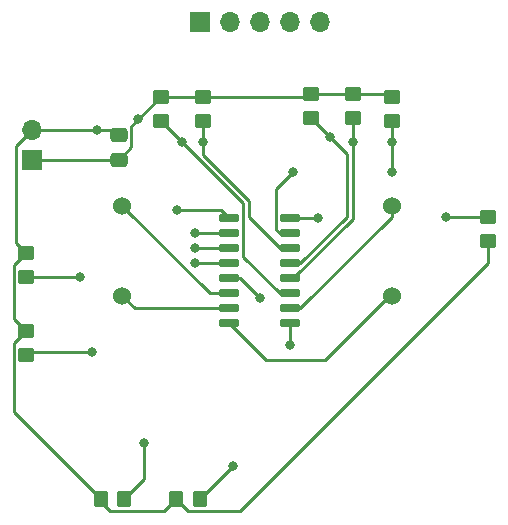
<source format=gbr>
%TF.GenerationSoftware,KiCad,Pcbnew,6.0.11+dfsg-1*%
%TF.CreationDate,2023-12-17T01:10:28-05:00*%
%TF.ProjectId,x27_controller,7832375f-636f-46e7-9472-6f6c6c65722e,rev?*%
%TF.SameCoordinates,Original*%
%TF.FileFunction,Copper,L2,Bot*%
%TF.FilePolarity,Positive*%
%FSLAX46Y46*%
G04 Gerber Fmt 4.6, Leading zero omitted, Abs format (unit mm)*
G04 Created by KiCad (PCBNEW 6.0.11+dfsg-1) date 2023-12-17 01:10:28*
%MOMM*%
%LPD*%
G01*
G04 APERTURE LIST*
G04 Aperture macros list*
%AMRoundRect*
0 Rectangle with rounded corners*
0 $1 Rounding radius*
0 $2 $3 $4 $5 $6 $7 $8 $9 X,Y pos of 4 corners*
0 Add a 4 corners polygon primitive as box body*
4,1,4,$2,$3,$4,$5,$6,$7,$8,$9,$2,$3,0*
0 Add four circle primitives for the rounded corners*
1,1,$1+$1,$2,$3*
1,1,$1+$1,$4,$5*
1,1,$1+$1,$6,$7*
1,1,$1+$1,$8,$9*
0 Add four rect primitives between the rounded corners*
20,1,$1+$1,$2,$3,$4,$5,0*
20,1,$1+$1,$4,$5,$6,$7,0*
20,1,$1+$1,$6,$7,$8,$9,0*
20,1,$1+$1,$8,$9,$2,$3,0*%
G04 Aperture macros list end*
%TA.AperFunction,ComponentPad*%
%ADD10R,1.700000X1.700000*%
%TD*%
%TA.AperFunction,ComponentPad*%
%ADD11O,1.700000X1.700000*%
%TD*%
%TA.AperFunction,ComponentPad*%
%ADD12C,1.524000*%
%TD*%
%TA.AperFunction,SMDPad,CuDef*%
%ADD13RoundRect,0.250000X0.475000X-0.337500X0.475000X0.337500X-0.475000X0.337500X-0.475000X-0.337500X0*%
%TD*%
%TA.AperFunction,SMDPad,CuDef*%
%ADD14RoundRect,0.250000X-0.450000X0.350000X-0.450000X-0.350000X0.450000X-0.350000X0.450000X0.350000X0*%
%TD*%
%TA.AperFunction,SMDPad,CuDef*%
%ADD15RoundRect,0.250000X0.450000X-0.350000X0.450000X0.350000X-0.450000X0.350000X-0.450000X-0.350000X0*%
%TD*%
%TA.AperFunction,SMDPad,CuDef*%
%ADD16RoundRect,0.250000X0.350000X0.450000X-0.350000X0.450000X-0.350000X-0.450000X0.350000X-0.450000X0*%
%TD*%
%TA.AperFunction,SMDPad,CuDef*%
%ADD17RoundRect,0.150000X-0.725000X-0.150000X0.725000X-0.150000X0.725000X0.150000X-0.725000X0.150000X0*%
%TD*%
%TA.AperFunction,ViaPad*%
%ADD18C,0.800000*%
%TD*%
%TA.AperFunction,Conductor*%
%ADD19C,0.250000*%
%TD*%
G04 APERTURE END LIST*
D10*
%TO.P,J2,1,Pin_1*%
%TO.N,+5V*%
X105918000Y-67310000D03*
D11*
%TO.P,J2,2,Pin_2*%
%TO.N,Earth*%
X105918000Y-64770000D03*
%TD*%
D10*
%TO.P,J1,1,Pin_1*%
%TO.N,Net-(J1-Pad1)*%
X120142000Y-55626000D03*
D11*
%TO.P,J1,2,Pin_2*%
%TO.N,Net-(J1-Pad2)*%
X122682000Y-55626000D03*
%TO.P,J1,3,Pin_3*%
%TO.N,Net-(J1-Pad3)*%
X125222000Y-55626000D03*
%TO.P,J1,4,Pin_4*%
%TO.N,Net-(J1-Pad4)*%
X127762000Y-55626000D03*
%TO.P,J1,5,Pin_5*%
%TO.N,Net-(J1-Pad5)*%
X130302000Y-55626000D03*
%TD*%
D12*
%TO.P,M1,1*%
%TO.N,Net-(M1-Pad1)*%
X136430000Y-71190000D03*
%TO.P,M1,2*%
%TO.N,Net-(M1-Pad2)*%
X136430000Y-78810000D03*
%TO.P,M1,3*%
%TO.N,Net-(M1-Pad3)*%
X113570000Y-78810000D03*
%TO.P,M1,4*%
%TO.N,Net-(M1-Pad4)*%
X113570000Y-71190000D03*
%TD*%
D13*
%TO.P,C1,1*%
%TO.N,+5V*%
X113284000Y-67310000D03*
%TO.P,C1,2*%
%TO.N,Earth*%
X113284000Y-65235000D03*
%TD*%
D14*
%TO.P,R1,1*%
%TO.N,+5V*%
X116840000Y-61992000D03*
%TO.P,R1,2*%
%TO.N,Net-(J1-Pad1)*%
X116840000Y-63992000D03*
%TD*%
%TO.P,R2,1*%
%TO.N,+5V*%
X120396000Y-61976000D03*
%TO.P,R2,2*%
%TO.N,Net-(J1-Pad2)*%
X120396000Y-63976000D03*
%TD*%
%TO.P,R3,1*%
%TO.N,+5V*%
X129540000Y-61738000D03*
%TO.P,R3,2*%
%TO.N,Net-(J1-Pad3)*%
X129540000Y-63738000D03*
%TD*%
%TO.P,R4,1*%
%TO.N,+5V*%
X133096000Y-61738000D03*
%TO.P,R4,2*%
%TO.N,Net-(J1-Pad4)*%
X133096000Y-63738000D03*
%TD*%
%TO.P,R5,1*%
%TO.N,+5V*%
X136398000Y-61976000D03*
%TO.P,R5,2*%
%TO.N,Net-(J1-Pad5)*%
X136398000Y-63976000D03*
%TD*%
%TO.P,R6,1*%
%TO.N,Net-(R6-Pad1)*%
X144526000Y-72152000D03*
%TO.P,R6,2*%
%TO.N,Earth*%
X144526000Y-74152000D03*
%TD*%
D15*
%TO.P,R7,1*%
%TO.N,Net-(R7-Pad1)*%
X105410000Y-77200000D03*
%TO.P,R7,2*%
%TO.N,Earth*%
X105410000Y-75200000D03*
%TD*%
%TO.P,R8,1*%
%TO.N,Net-(R8-Pad1)*%
X105410000Y-83820000D03*
%TO.P,R8,2*%
%TO.N,Earth*%
X105410000Y-81820000D03*
%TD*%
D16*
%TO.P,R9,1*%
%TO.N,Net-(R9-Pad1)*%
X113776000Y-96012000D03*
%TO.P,R9,2*%
%TO.N,Earth*%
X111776000Y-96012000D03*
%TD*%
%TO.P,R10,1*%
%TO.N,Net-(R10-Pad1)*%
X120142000Y-96012000D03*
%TO.P,R10,2*%
%TO.N,Earth*%
X118142000Y-96012000D03*
%TD*%
D17*
%TO.P,U1,1,QB*%
%TO.N,Net-(M1-Pad2)*%
X122647000Y-81153000D03*
%TO.P,U1,2,QC*%
%TO.N,Net-(M1-Pad3)*%
X122647000Y-79883000D03*
%TO.P,U1,3,QD*%
%TO.N,Net-(M1-Pad4)*%
X122647000Y-78613000D03*
%TO.P,U1,4,QE*%
%TO.N,Net-(R10-Pad1)*%
X122647000Y-77343000D03*
%TO.P,U1,5,QF*%
%TO.N,Net-(R9-Pad1)*%
X122647000Y-76073000D03*
%TO.P,U1,6,QG*%
%TO.N,Net-(R8-Pad1)*%
X122647000Y-74803000D03*
%TO.P,U1,7,QH*%
%TO.N,Net-(R7-Pad1)*%
X122647000Y-73533000D03*
%TO.P,U1,8,GND*%
%TO.N,Earth*%
X122647000Y-72263000D03*
%TO.P,U1,9,QH'*%
%TO.N,Net-(R6-Pad1)*%
X127797000Y-72263000D03*
%TO.P,U1,10,~{SRCLR}*%
%TO.N,Net-(J1-Pad5)*%
X127797000Y-73533000D03*
%TO.P,U1,11,SRCLK*%
%TO.N,Net-(J1-Pad2)*%
X127797000Y-74803000D03*
%TO.P,U1,12,RCLK*%
%TO.N,Net-(J1-Pad3)*%
X127797000Y-76073000D03*
%TO.P,U1,13,~{OE}*%
%TO.N,Net-(J1-Pad4)*%
X127797000Y-77343000D03*
%TO.P,U1,14,SER*%
%TO.N,Net-(J1-Pad1)*%
X127797000Y-78613000D03*
%TO.P,U1,15,QA*%
%TO.N,Net-(M1-Pad1)*%
X127797000Y-79883000D03*
%TO.P,U1,16,VCC*%
%TO.N,+5V*%
X127797000Y-81153000D03*
%TD*%
D18*
%TO.N,Earth*%
X111466000Y-64810000D03*
X118247001Y-71591001D03*
%TO.N,+5V*%
X114943000Y-63889000D03*
X127797000Y-83023000D03*
%TO.N,Net-(J1-Pad5)*%
X136398000Y-68326000D03*
X136398000Y-65786000D03*
X128016000Y-68326000D03*
%TO.N,Net-(J1-Pad4)*%
X133096000Y-65786000D03*
%TO.N,Net-(J1-Pad3)*%
X131191000Y-65405000D03*
%TO.N,Net-(J1-Pad2)*%
X120396000Y-65786000D03*
%TO.N,Net-(J1-Pad1)*%
X118626000Y-65778000D03*
%TO.N,Net-(R6-Pad1)*%
X130175000Y-72263000D03*
X140970000Y-72136000D03*
%TO.N,Net-(R7-Pad1)*%
X119761000Y-73533000D03*
X109982000Y-77216000D03*
%TO.N,Net-(R8-Pad1)*%
X119761000Y-74803000D03*
X110998000Y-83566000D03*
%TO.N,Net-(R9-Pad1)*%
X115443000Y-91313000D03*
X119761000Y-76073000D03*
%TO.N,Net-(R10-Pad1)*%
X122936000Y-93218000D03*
X125222000Y-78994000D03*
%TD*%
D19*
%TO.N,Earth*%
X111466000Y-64810000D02*
X112859000Y-64810000D01*
X123515992Y-97037010D02*
X119167010Y-97037010D01*
X112531010Y-97037010D02*
X111776000Y-96282000D01*
X105918000Y-64810000D02*
X111466000Y-64810000D01*
X111776000Y-96282000D02*
X111776000Y-96012000D01*
X104592990Y-66135010D02*
X105918000Y-64810000D01*
X104384990Y-76225010D02*
X105410000Y-75200000D01*
X118142000Y-96012000D02*
X117116990Y-97037010D01*
X144526000Y-74152000D02*
X144526000Y-76027002D01*
X119167010Y-97037010D02*
X118142000Y-96012000D01*
X105410000Y-81820000D02*
X104384990Y-80794990D01*
X104384990Y-80794990D02*
X104384990Y-76225010D01*
X104384990Y-82845010D02*
X105410000Y-81820000D01*
X121975001Y-71591001D02*
X122647000Y-72263000D01*
X105410000Y-75200000D02*
X104592990Y-74382990D01*
X104384990Y-88620990D02*
X104384990Y-82845010D01*
X118247001Y-71591001D02*
X121975001Y-71591001D01*
X112859000Y-64810000D02*
X113284000Y-65235000D01*
X104592990Y-74382990D02*
X104592990Y-66135010D01*
X144526000Y-76027002D02*
X123515992Y-97037010D01*
X111776000Y-96012000D02*
X104384990Y-88620990D01*
X117116990Y-97037010D02*
X112531010Y-97037010D01*
%TO.N,+5V*%
X127797000Y-83023000D02*
X127797000Y-83023000D01*
X114943000Y-63889000D02*
X116840000Y-61992000D01*
X120380000Y-61992000D02*
X120396000Y-61976000D01*
X120396000Y-61976000D02*
X129302000Y-61976000D01*
X105918000Y-67310000D02*
X113284000Y-67310000D01*
X129302000Y-61976000D02*
X129540000Y-61738000D01*
X129540000Y-61738000D02*
X133096000Y-61738000D01*
X116840000Y-61992000D02*
X120380000Y-61992000D01*
X114334010Y-64497990D02*
X114943000Y-63889000D01*
X114334010Y-66259990D02*
X114334010Y-64497990D01*
X133096000Y-61738000D02*
X136160000Y-61738000D01*
X127797000Y-81153000D02*
X127797000Y-83023000D01*
X136160000Y-61738000D02*
X136398000Y-61976000D01*
X113284000Y-67310000D02*
X114334010Y-66259990D01*
%TO.N,Net-(J1-Pad5)*%
X136398000Y-68326000D02*
X136398000Y-68326000D01*
X136398000Y-65786000D02*
X136398000Y-68326000D01*
X126596990Y-73207990D02*
X126922000Y-73533000D01*
X126922000Y-73533000D02*
X127797000Y-73533000D01*
X126596990Y-69745010D02*
X126596990Y-73207990D01*
X128016000Y-68326000D02*
X126596990Y-69745010D01*
X136398000Y-63976000D02*
X136398000Y-65786000D01*
%TO.N,Net-(J1-Pad4)*%
X133096000Y-65786000D02*
X133096000Y-72320768D01*
X133096000Y-63738000D02*
X133096000Y-65786000D01*
X133096000Y-72320768D02*
X128073768Y-77343000D01*
X128073768Y-77343000D02*
X127797000Y-77343000D01*
%TO.N,Net-(J1-Pad3)*%
X131191000Y-65405000D02*
X132588000Y-66802000D01*
X129540000Y-63754000D02*
X131191000Y-65405000D01*
X128672000Y-76073000D02*
X127797000Y-76073000D01*
X132588000Y-66802000D02*
X132588000Y-72157000D01*
X132588000Y-72157000D02*
X128672000Y-76073000D01*
X129540000Y-63738000D02*
X129540000Y-63754000D01*
%TO.N,Net-(J1-Pad2)*%
X120396000Y-65786000D02*
X120396000Y-66911590D01*
X120396000Y-66911590D02*
X124297020Y-70812610D01*
X126922000Y-74803000D02*
X127797000Y-74803000D01*
X124297020Y-70812610D02*
X124297020Y-72178020D01*
X120396000Y-63976000D02*
X120396000Y-65786000D01*
X124297020Y-72178020D02*
X126922000Y-74803000D01*
%TO.N,Net-(J1-Pad1)*%
X118626000Y-65778000D02*
X123847010Y-70999010D01*
X126922000Y-78613000D02*
X127797000Y-78613000D01*
X116840000Y-63992000D02*
X118626000Y-65778000D01*
X123847010Y-70999010D02*
X123847010Y-75538010D01*
X123847010Y-75538010D02*
X126922000Y-78613000D01*
%TO.N,Net-(M1-Pad4)*%
X122647000Y-78613000D02*
X120993000Y-78613000D01*
X120993000Y-78613000D02*
X113570000Y-71190000D01*
%TO.N,Net-(M1-Pad3)*%
X114643000Y-79883000D02*
X113570000Y-78810000D01*
X122647000Y-79883000D02*
X114643000Y-79883000D01*
%TO.N,Net-(M1-Pad2)*%
X122647000Y-81153000D02*
X125730000Y-84236000D01*
X125730000Y-84236000D02*
X130718000Y-84236000D01*
X136144000Y-78810000D02*
X136430000Y-78810000D01*
X130718000Y-84236000D02*
X136144000Y-78810000D01*
%TO.N,Net-(M1-Pad1)*%
X128672000Y-79883000D02*
X136430000Y-72125000D01*
X136430000Y-72125000D02*
X136430000Y-71190000D01*
X127797000Y-79883000D02*
X128672000Y-79883000D01*
%TO.N,Net-(R6-Pad1)*%
X130175000Y-72263000D02*
X130175000Y-72263000D01*
X140970000Y-72136000D02*
X144510000Y-72136000D01*
X144510000Y-72136000D02*
X144526000Y-72152000D01*
X127797000Y-72263000D02*
X130175000Y-72263000D01*
%TO.N,Net-(R7-Pad1)*%
X119761000Y-73533000D02*
X119761000Y-73533000D01*
X122647000Y-73533000D02*
X119761000Y-73533000D01*
X105426000Y-77216000D02*
X105410000Y-77200000D01*
X109982000Y-77216000D02*
X105426000Y-77216000D01*
%TO.N,Net-(R8-Pad1)*%
X119761000Y-74803000D02*
X119761000Y-74803000D01*
X105664000Y-83566000D02*
X105410000Y-83820000D01*
X110998000Y-83566000D02*
X105664000Y-83566000D01*
X122647000Y-74803000D02*
X119761000Y-74803000D01*
%TO.N,Net-(R9-Pad1)*%
X119761000Y-76073000D02*
X119761000Y-76073000D01*
X122647000Y-76073000D02*
X119761000Y-76073000D01*
X115443000Y-94345000D02*
X113776000Y-96012000D01*
X115443000Y-91313000D02*
X115443000Y-94345000D01*
%TO.N,Net-(R10-Pad1)*%
X125222000Y-78994000D02*
X125222000Y-78994000D01*
X122936000Y-93218000D02*
X120142000Y-96012000D01*
X122647000Y-77343000D02*
X123571000Y-77343000D01*
X123571000Y-77343000D02*
X125222000Y-78994000D01*
%TD*%
M02*

</source>
